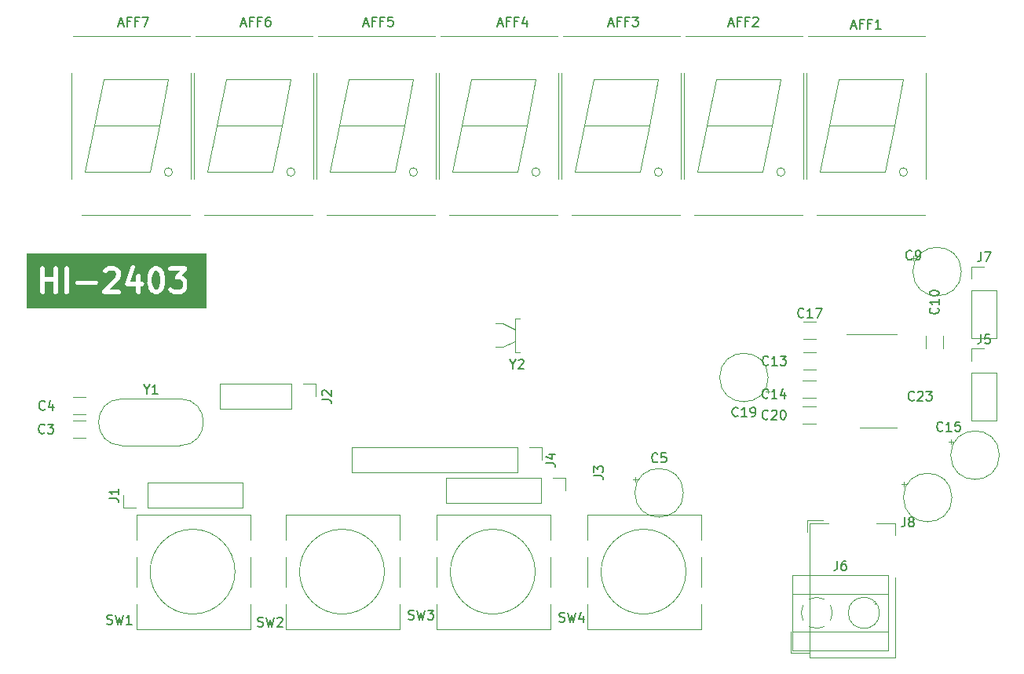
<source format=gbr>
%TF.GenerationSoftware,KiCad,Pcbnew,7.0.2*%
%TF.CreationDate,2024-03-07T11:00:20+05:30*%
%TF.ProjectId,HI-2401,48492d32-3430-4312-9e6b-696361645f70,rev?*%
%TF.SameCoordinates,Original*%
%TF.FileFunction,Legend,Top*%
%TF.FilePolarity,Positive*%
%FSLAX46Y46*%
G04 Gerber Fmt 4.6, Leading zero omitted, Abs format (unit mm)*
G04 Created by KiCad (PCBNEW 7.0.2) date 2024-03-07 11:00:20*
%MOMM*%
%LPD*%
G01*
G04 APERTURE LIST*
%ADD10C,0.500000*%
%ADD11C,0.150000*%
%ADD12C,0.120000*%
G04 APERTURE END LIST*
D10*
G36*
X39736195Y-48257058D02*
G01*
X39797869Y-48318732D01*
X39886500Y-48495995D01*
X39991427Y-48915703D01*
X39991427Y-49449389D01*
X39886500Y-49869097D01*
X39797868Y-50046361D01*
X39736194Y-50108036D01*
X39587172Y-50182547D01*
X39467112Y-50182547D01*
X39318086Y-50108034D01*
X39256414Y-50046362D01*
X39167784Y-49869103D01*
X39062856Y-49449388D01*
X39062856Y-48915704D01*
X39167782Y-48495997D01*
X39256414Y-48318732D01*
X39318089Y-48257058D01*
X39467111Y-48182547D01*
X39587172Y-48182547D01*
X39736195Y-48257058D01*
G37*
G36*
X44955713Y-52258143D02*
G01*
X25562857Y-52258143D01*
X25562857Y-49160104D01*
X27007336Y-49160104D01*
X27015238Y-49177407D01*
X27015238Y-50468491D01*
X27046046Y-50573413D01*
X27157000Y-50669555D01*
X27302319Y-50690449D01*
X27435865Y-50629461D01*
X27515238Y-50505954D01*
X27515238Y-49373023D01*
X28443809Y-49373023D01*
X28443809Y-50468491D01*
X28474617Y-50573413D01*
X28585571Y-50669555D01*
X28730890Y-50690449D01*
X28864436Y-50629461D01*
X28943809Y-50505954D01*
X28943809Y-50468491D01*
X29634286Y-50468491D01*
X29665094Y-50573413D01*
X29776048Y-50669555D01*
X29921367Y-50690449D01*
X30054913Y-50629461D01*
X30134286Y-50505954D01*
X30134286Y-50469628D01*
X33674002Y-50469628D01*
X33685759Y-50495372D01*
X33687778Y-50523601D01*
X33715660Y-50560846D01*
X33734990Y-50603174D01*
X33758800Y-50618476D01*
X33775760Y-50641131D01*
X33819353Y-50657390D01*
X33858497Y-50682547D01*
X33886798Y-50682547D01*
X33913316Y-50692438D01*
X33958783Y-50682547D01*
X35515467Y-50682547D01*
X35620389Y-50651739D01*
X35716531Y-50540785D01*
X35737425Y-50395466D01*
X35676437Y-50261920D01*
X35552930Y-50182547D01*
X34535458Y-50182547D01*
X35081709Y-49636295D01*
X36174002Y-49636295D01*
X36179929Y-49649275D01*
X36179414Y-49663537D01*
X36210038Y-49715204D01*
X36234990Y-49769841D01*
X36246996Y-49777556D01*
X36254272Y-49789832D01*
X36307964Y-49816738D01*
X36358497Y-49849214D01*
X36372769Y-49849214D01*
X36385526Y-49855607D01*
X36445246Y-49849214D01*
X37372380Y-49849214D01*
X37372380Y-50468491D01*
X37403188Y-50573413D01*
X37514142Y-50669555D01*
X37659461Y-50690449D01*
X37793007Y-50629461D01*
X37872380Y-50505954D01*
X37872380Y-49849214D01*
X38015467Y-49849214D01*
X38120389Y-49818406D01*
X38216531Y-49707452D01*
X38237425Y-49562133D01*
X38195160Y-49469585D01*
X38552517Y-49469585D01*
X38562856Y-49510941D01*
X38562856Y-49516110D01*
X38571553Y-49545729D01*
X38678568Y-49973792D01*
X38675469Y-50002503D01*
X38696023Y-50043612D01*
X38698086Y-50051862D01*
X38712042Y-50075650D01*
X38813326Y-50278218D01*
X38822268Y-50319322D01*
X38870983Y-50368037D01*
X38917896Y-50418472D01*
X38922627Y-50419681D01*
X38971059Y-50468114D01*
X38992539Y-50504278D01*
X39054147Y-50535082D01*
X39114614Y-50568099D01*
X39119484Y-50567750D01*
X39284255Y-50650136D01*
X39334687Y-50682547D01*
X39385780Y-50682547D01*
X39436063Y-50691595D01*
X39457879Y-50682547D01*
X39632726Y-50682547D01*
X39692334Y-50688983D01*
X39738035Y-50666132D01*
X39787055Y-50651739D01*
X39802521Y-50633889D01*
X39968053Y-50551124D01*
X40009156Y-50542183D01*
X40057865Y-50493473D01*
X40108305Y-50446555D01*
X40109515Y-50441822D01*
X40157944Y-50393392D01*
X40194110Y-50371913D01*
X40224922Y-50310288D01*
X40257932Y-50249835D01*
X40257583Y-50244966D01*
X40292134Y-50175864D01*
X40814869Y-50175864D01*
X40846077Y-50319322D01*
X40994868Y-50468114D01*
X41016348Y-50504278D01*
X41077956Y-50535082D01*
X41138423Y-50568099D01*
X41143293Y-50567750D01*
X41308064Y-50650136D01*
X41358496Y-50682547D01*
X41409589Y-50682547D01*
X41459872Y-50691595D01*
X41481688Y-50682547D01*
X42132732Y-50682547D01*
X42192335Y-50688982D01*
X42238032Y-50666133D01*
X42287055Y-50651739D01*
X42302522Y-50633888D01*
X42468050Y-50551124D01*
X42509154Y-50542183D01*
X42557869Y-50493467D01*
X42608304Y-50446555D01*
X42609513Y-50441823D01*
X42657946Y-50393391D01*
X42694110Y-50371912D01*
X42724914Y-50310303D01*
X42757931Y-50249837D01*
X42757582Y-50244966D01*
X42839968Y-50080195D01*
X42872379Y-50029764D01*
X42872379Y-49978670D01*
X42881427Y-49928388D01*
X42872379Y-49906572D01*
X42872379Y-49374582D01*
X42878815Y-49314974D01*
X42855964Y-49269272D01*
X42841571Y-49220253D01*
X42823721Y-49204786D01*
X42740956Y-49039254D01*
X42732015Y-48998152D01*
X42683302Y-48949439D01*
X42636387Y-48899003D01*
X42631655Y-48897793D01*
X42583223Y-48849361D01*
X42561745Y-48813198D01*
X42500134Y-48782392D01*
X42439668Y-48749376D01*
X42434798Y-48749724D01*
X42298967Y-48681808D01*
X42762616Y-48151923D01*
X42763245Y-48151739D01*
X42810868Y-48096778D01*
X42834192Y-48070123D01*
X42834451Y-48069562D01*
X42859387Y-48040785D01*
X42864630Y-48004314D01*
X42880098Y-47970874D01*
X42874861Y-47933159D01*
X42880281Y-47895466D01*
X42864973Y-47861947D01*
X42859907Y-47825456D01*
X42835112Y-47796560D01*
X42819293Y-47761920D01*
X42788293Y-47741998D01*
X42764302Y-47714038D01*
X42727820Y-47703134D01*
X42695786Y-47682547D01*
X42658940Y-47682547D01*
X42623638Y-47671996D01*
X42587051Y-47682547D01*
X41038816Y-47682547D01*
X40933894Y-47713355D01*
X40837752Y-47824309D01*
X40816858Y-47969628D01*
X40877846Y-48103174D01*
X41001353Y-48182547D01*
X42071437Y-48182547D01*
X41648809Y-48665551D01*
X41648180Y-48665736D01*
X41600469Y-48720796D01*
X41577233Y-48747353D01*
X41576974Y-48747911D01*
X41552038Y-48776690D01*
X41546794Y-48813160D01*
X41531326Y-48846602D01*
X41536563Y-48884318D01*
X41531144Y-48922009D01*
X41546450Y-48955526D01*
X41551518Y-48992020D01*
X41576312Y-49020915D01*
X41592132Y-49055555D01*
X41623130Y-49075476D01*
X41647123Y-49103437D01*
X41683605Y-49114341D01*
X41715639Y-49134928D01*
X41752483Y-49134928D01*
X41787787Y-49145480D01*
X41824377Y-49134928D01*
X42087171Y-49134928D01*
X42236195Y-49209440D01*
X42297867Y-49271112D01*
X42372379Y-49420136D01*
X42372379Y-49897339D01*
X42297866Y-50046364D01*
X42236194Y-50108036D01*
X42087173Y-50182547D01*
X41490921Y-50182547D01*
X41341895Y-50108034D01*
X41226120Y-49992259D01*
X41130145Y-49939853D01*
X40983706Y-49950326D01*
X40866176Y-50038308D01*
X40814869Y-50175864D01*
X40292134Y-50175864D01*
X40326073Y-50107987D01*
X40347112Y-50088206D01*
X40358259Y-50043616D01*
X40362062Y-50036011D01*
X40366946Y-50008866D01*
X40473983Y-49580715D01*
X40491427Y-49553573D01*
X40491427Y-49510941D01*
X40492680Y-49505929D01*
X40491427Y-49475101D01*
X40491427Y-48926070D01*
X40501766Y-48895509D01*
X40491427Y-48854152D01*
X40491427Y-48848984D01*
X40482730Y-48819366D01*
X40375715Y-48391302D01*
X40378815Y-48362591D01*
X40358259Y-48321479D01*
X40356198Y-48313234D01*
X40342245Y-48289452D01*
X40240956Y-48086873D01*
X40232015Y-48045772D01*
X40183306Y-47997063D01*
X40136386Y-47946622D01*
X40131655Y-47945412D01*
X40083225Y-47896982D01*
X40061745Y-47860817D01*
X40000130Y-47830009D01*
X39939670Y-47796996D01*
X39934799Y-47797344D01*
X39770034Y-47714961D01*
X39719596Y-47682547D01*
X39668500Y-47682547D01*
X39618220Y-47673499D01*
X39596404Y-47682547D01*
X39421557Y-47682547D01*
X39361948Y-47676111D01*
X39316246Y-47698961D01*
X39267228Y-47713355D01*
X39251761Y-47731204D01*
X39086231Y-47813969D01*
X39045130Y-47822911D01*
X38996416Y-47871624D01*
X38945979Y-47918541D01*
X38944769Y-47923271D01*
X38896340Y-47971700D01*
X38860172Y-47993182D01*
X38829356Y-48054813D01*
X38796352Y-48115256D01*
X38796700Y-48120126D01*
X38728211Y-48257105D01*
X38707172Y-48276888D01*
X38696023Y-48321481D01*
X38692222Y-48329085D01*
X38687339Y-48356216D01*
X38580299Y-48784378D01*
X38562856Y-48811521D01*
X38562856Y-48854152D01*
X38561603Y-48859165D01*
X38562856Y-48889999D01*
X38562856Y-49439023D01*
X38552517Y-49469585D01*
X38195160Y-49469585D01*
X38176437Y-49428587D01*
X38052930Y-49349214D01*
X37872380Y-49349214D01*
X37872380Y-48729936D01*
X37841572Y-48625014D01*
X37730618Y-48528872D01*
X37585299Y-48507978D01*
X37451753Y-48568966D01*
X37372380Y-48692473D01*
X37372380Y-49349214D01*
X36778760Y-49349214D01*
X37275679Y-47858457D01*
X37279632Y-47749177D01*
X37204774Y-47622882D01*
X37073520Y-47557106D01*
X36927541Y-47572734D01*
X36813185Y-47664803D01*
X36210440Y-49473036D01*
X36194896Y-49490976D01*
X36187640Y-49541435D01*
X36183367Y-49554257D01*
X36182549Y-49576843D01*
X36174002Y-49636295D01*
X35081709Y-49636295D01*
X35527735Y-49190269D01*
X35574434Y-49152673D01*
X35590591Y-49104199D01*
X35615075Y-49059361D01*
X35613390Y-49035803D01*
X35706783Y-48755624D01*
X35729523Y-48720240D01*
X35729523Y-48651363D01*
X35732013Y-48582510D01*
X35729523Y-48578309D01*
X35729523Y-48422201D01*
X35735959Y-48362593D01*
X35713108Y-48316891D01*
X35698715Y-48267872D01*
X35680865Y-48252405D01*
X35598100Y-48086873D01*
X35589159Y-48045771D01*
X35540446Y-47997058D01*
X35493531Y-47946622D01*
X35488799Y-47945412D01*
X35440367Y-47896980D01*
X35418889Y-47860817D01*
X35357278Y-47830011D01*
X35296812Y-47796995D01*
X35291942Y-47797343D01*
X35127175Y-47714959D01*
X35076740Y-47682547D01*
X35025648Y-47682547D01*
X34975365Y-47673498D01*
X34953547Y-47682547D01*
X34421558Y-47682547D01*
X34361949Y-47676111D01*
X34316247Y-47698961D01*
X34267229Y-47713355D01*
X34251762Y-47731204D01*
X34086232Y-47813969D01*
X34045131Y-47822911D01*
X33996417Y-47871624D01*
X33945980Y-47918541D01*
X33944770Y-47923271D01*
X33848760Y-48019281D01*
X33796353Y-48115256D01*
X33806826Y-48261695D01*
X33894807Y-48379226D01*
X34032363Y-48430533D01*
X34175821Y-48399326D01*
X34318090Y-48257058D01*
X34467112Y-48182547D01*
X34944315Y-48182547D01*
X35093339Y-48257059D01*
X35155011Y-48318731D01*
X35229523Y-48467755D01*
X35229523Y-48606263D01*
X35141968Y-48868930D01*
X33800245Y-50210651D01*
X33791038Y-50213355D01*
X33748821Y-50262075D01*
X33729711Y-50281186D01*
X33725364Y-50289146D01*
X33694896Y-50324309D01*
X33690868Y-50352322D01*
X33677305Y-50377162D01*
X33680624Y-50423571D01*
X33674002Y-50469628D01*
X30134286Y-50469628D01*
X30134286Y-49517247D01*
X30816860Y-49517247D01*
X30877848Y-49650793D01*
X31001355Y-49730166D01*
X33015468Y-49730166D01*
X33120390Y-49699358D01*
X33216532Y-49588404D01*
X33237426Y-49443085D01*
X33176438Y-49309539D01*
X33052931Y-49230166D01*
X31038818Y-49230166D01*
X30933896Y-49260974D01*
X30837754Y-49371928D01*
X30816860Y-49517247D01*
X30134286Y-49517247D01*
X30134286Y-47896603D01*
X30103478Y-47791681D01*
X29992524Y-47695539D01*
X29847205Y-47674645D01*
X29713659Y-47735633D01*
X29634286Y-47859140D01*
X29634286Y-50468491D01*
X28943809Y-50468491D01*
X28943809Y-49140900D01*
X28951711Y-49085942D01*
X28943809Y-49068638D01*
X28943809Y-47896603D01*
X28913001Y-47791681D01*
X28802047Y-47695539D01*
X28656728Y-47674645D01*
X28523182Y-47735633D01*
X28443809Y-47859140D01*
X28443809Y-48873023D01*
X27515238Y-48873023D01*
X27515238Y-47896603D01*
X27484430Y-47791681D01*
X27373476Y-47695539D01*
X27228157Y-47674645D01*
X27094611Y-47735633D01*
X27015238Y-47859140D01*
X27015237Y-49105145D01*
X27007336Y-49160104D01*
X25562857Y-49160104D01*
X25562857Y-46293857D01*
X44955713Y-46293857D01*
X44955713Y-52258143D01*
G37*
D11*
%TO.C,C4*%
X27519333Y-63105380D02*
X27471714Y-63153000D01*
X27471714Y-63153000D02*
X27328857Y-63200619D01*
X27328857Y-63200619D02*
X27233619Y-63200619D01*
X27233619Y-63200619D02*
X27090762Y-63153000D01*
X27090762Y-63153000D02*
X26995524Y-63057761D01*
X26995524Y-63057761D02*
X26947905Y-62962523D01*
X26947905Y-62962523D02*
X26900286Y-62772047D01*
X26900286Y-62772047D02*
X26900286Y-62629190D01*
X26900286Y-62629190D02*
X26947905Y-62438714D01*
X26947905Y-62438714D02*
X26995524Y-62343476D01*
X26995524Y-62343476D02*
X27090762Y-62248238D01*
X27090762Y-62248238D02*
X27233619Y-62200619D01*
X27233619Y-62200619D02*
X27328857Y-62200619D01*
X27328857Y-62200619D02*
X27471714Y-62248238D01*
X27471714Y-62248238D02*
X27519333Y-62295857D01*
X28376476Y-62533952D02*
X28376476Y-63200619D01*
X28138381Y-62153000D02*
X27900286Y-62867285D01*
X27900286Y-62867285D02*
X28519333Y-62867285D01*
%TO.C,C15*%
X124325142Y-65391380D02*
X124277523Y-65439000D01*
X124277523Y-65439000D02*
X124134666Y-65486619D01*
X124134666Y-65486619D02*
X124039428Y-65486619D01*
X124039428Y-65486619D02*
X123896571Y-65439000D01*
X123896571Y-65439000D02*
X123801333Y-65343761D01*
X123801333Y-65343761D02*
X123753714Y-65248523D01*
X123753714Y-65248523D02*
X123706095Y-65058047D01*
X123706095Y-65058047D02*
X123706095Y-64915190D01*
X123706095Y-64915190D02*
X123753714Y-64724714D01*
X123753714Y-64724714D02*
X123801333Y-64629476D01*
X123801333Y-64629476D02*
X123896571Y-64534238D01*
X123896571Y-64534238D02*
X124039428Y-64486619D01*
X124039428Y-64486619D02*
X124134666Y-64486619D01*
X124134666Y-64486619D02*
X124277523Y-64534238D01*
X124277523Y-64534238D02*
X124325142Y-64581857D01*
X125277523Y-65486619D02*
X124706095Y-65486619D01*
X124991809Y-65486619D02*
X124991809Y-64486619D01*
X124991809Y-64486619D02*
X124896571Y-64629476D01*
X124896571Y-64629476D02*
X124801333Y-64724714D01*
X124801333Y-64724714D02*
X124706095Y-64772333D01*
X126182285Y-64486619D02*
X125706095Y-64486619D01*
X125706095Y-64486619D02*
X125658476Y-64962809D01*
X125658476Y-64962809D02*
X125706095Y-64915190D01*
X125706095Y-64915190D02*
X125801333Y-64867571D01*
X125801333Y-64867571D02*
X126039428Y-64867571D01*
X126039428Y-64867571D02*
X126134666Y-64915190D01*
X126134666Y-64915190D02*
X126182285Y-64962809D01*
X126182285Y-64962809D02*
X126229904Y-65058047D01*
X126229904Y-65058047D02*
X126229904Y-65296142D01*
X126229904Y-65296142D02*
X126182285Y-65391380D01*
X126182285Y-65391380D02*
X126134666Y-65439000D01*
X126134666Y-65439000D02*
X126039428Y-65486619D01*
X126039428Y-65486619D02*
X125801333Y-65486619D01*
X125801333Y-65486619D02*
X125706095Y-65439000D01*
X125706095Y-65439000D02*
X125658476Y-65391380D01*
%TO.C,J2*%
X57374619Y-62055333D02*
X58088904Y-62055333D01*
X58088904Y-62055333D02*
X58231761Y-62102952D01*
X58231761Y-62102952D02*
X58327000Y-62198190D01*
X58327000Y-62198190D02*
X58374619Y-62341047D01*
X58374619Y-62341047D02*
X58374619Y-62436285D01*
X57469857Y-61626761D02*
X57422238Y-61579142D01*
X57422238Y-61579142D02*
X57374619Y-61483904D01*
X57374619Y-61483904D02*
X57374619Y-61245809D01*
X57374619Y-61245809D02*
X57422238Y-61150571D01*
X57422238Y-61150571D02*
X57469857Y-61102952D01*
X57469857Y-61102952D02*
X57565095Y-61055333D01*
X57565095Y-61055333D02*
X57660333Y-61055333D01*
X57660333Y-61055333D02*
X57803190Y-61102952D01*
X57803190Y-61102952D02*
X58374619Y-61674380D01*
X58374619Y-61674380D02*
X58374619Y-61055333D01*
%TO.C,SW1*%
X34226667Y-86267000D02*
X34369524Y-86314619D01*
X34369524Y-86314619D02*
X34607619Y-86314619D01*
X34607619Y-86314619D02*
X34702857Y-86267000D01*
X34702857Y-86267000D02*
X34750476Y-86219380D01*
X34750476Y-86219380D02*
X34798095Y-86124142D01*
X34798095Y-86124142D02*
X34798095Y-86028904D01*
X34798095Y-86028904D02*
X34750476Y-85933666D01*
X34750476Y-85933666D02*
X34702857Y-85886047D01*
X34702857Y-85886047D02*
X34607619Y-85838428D01*
X34607619Y-85838428D02*
X34417143Y-85790809D01*
X34417143Y-85790809D02*
X34321905Y-85743190D01*
X34321905Y-85743190D02*
X34274286Y-85695571D01*
X34274286Y-85695571D02*
X34226667Y-85600333D01*
X34226667Y-85600333D02*
X34226667Y-85505095D01*
X34226667Y-85505095D02*
X34274286Y-85409857D01*
X34274286Y-85409857D02*
X34321905Y-85362238D01*
X34321905Y-85362238D02*
X34417143Y-85314619D01*
X34417143Y-85314619D02*
X34655238Y-85314619D01*
X34655238Y-85314619D02*
X34798095Y-85362238D01*
X35131429Y-85314619D02*
X35369524Y-86314619D01*
X35369524Y-86314619D02*
X35560000Y-85600333D01*
X35560000Y-85600333D02*
X35750476Y-86314619D01*
X35750476Y-86314619D02*
X35988572Y-85314619D01*
X36893333Y-86314619D02*
X36321905Y-86314619D01*
X36607619Y-86314619D02*
X36607619Y-85314619D01*
X36607619Y-85314619D02*
X36512381Y-85457476D01*
X36512381Y-85457476D02*
X36417143Y-85552714D01*
X36417143Y-85552714D02*
X36321905Y-85600333D01*
%TO.C,J4*%
X81548619Y-68913333D02*
X82262904Y-68913333D01*
X82262904Y-68913333D02*
X82405761Y-68960952D01*
X82405761Y-68960952D02*
X82501000Y-69056190D01*
X82501000Y-69056190D02*
X82548619Y-69199047D01*
X82548619Y-69199047D02*
X82548619Y-69294285D01*
X81881952Y-68008571D02*
X82548619Y-68008571D01*
X81501000Y-68246666D02*
X82215285Y-68484761D01*
X82215285Y-68484761D02*
X82215285Y-67865714D01*
%TO.C,C17*%
X109339142Y-53127380D02*
X109291523Y-53175000D01*
X109291523Y-53175000D02*
X109148666Y-53222619D01*
X109148666Y-53222619D02*
X109053428Y-53222619D01*
X109053428Y-53222619D02*
X108910571Y-53175000D01*
X108910571Y-53175000D02*
X108815333Y-53079761D01*
X108815333Y-53079761D02*
X108767714Y-52984523D01*
X108767714Y-52984523D02*
X108720095Y-52794047D01*
X108720095Y-52794047D02*
X108720095Y-52651190D01*
X108720095Y-52651190D02*
X108767714Y-52460714D01*
X108767714Y-52460714D02*
X108815333Y-52365476D01*
X108815333Y-52365476D02*
X108910571Y-52270238D01*
X108910571Y-52270238D02*
X109053428Y-52222619D01*
X109053428Y-52222619D02*
X109148666Y-52222619D01*
X109148666Y-52222619D02*
X109291523Y-52270238D01*
X109291523Y-52270238D02*
X109339142Y-52317857D01*
X110291523Y-53222619D02*
X109720095Y-53222619D01*
X110005809Y-53222619D02*
X110005809Y-52222619D01*
X110005809Y-52222619D02*
X109910571Y-52365476D01*
X109910571Y-52365476D02*
X109815333Y-52460714D01*
X109815333Y-52460714D02*
X109720095Y-52508333D01*
X110624857Y-52222619D02*
X111291523Y-52222619D01*
X111291523Y-52222619D02*
X110862952Y-53222619D01*
%TO.C,AFF1*%
X114506571Y-21766904D02*
X114982761Y-21766904D01*
X114411333Y-22052619D02*
X114744666Y-21052619D01*
X114744666Y-21052619D02*
X115077999Y-22052619D01*
X115744666Y-21528809D02*
X115411333Y-21528809D01*
X115411333Y-22052619D02*
X115411333Y-21052619D01*
X115411333Y-21052619D02*
X115887523Y-21052619D01*
X116601809Y-21528809D02*
X116268476Y-21528809D01*
X116268476Y-22052619D02*
X116268476Y-21052619D01*
X116268476Y-21052619D02*
X116744666Y-21052619D01*
X117649428Y-22052619D02*
X117078000Y-22052619D01*
X117363714Y-22052619D02*
X117363714Y-21052619D01*
X117363714Y-21052619D02*
X117268476Y-21195476D01*
X117268476Y-21195476D02*
X117173238Y-21290714D01*
X117173238Y-21290714D02*
X117078000Y-21338333D01*
%TO.C,SW4*%
X82994667Y-86013000D02*
X83137524Y-86060619D01*
X83137524Y-86060619D02*
X83375619Y-86060619D01*
X83375619Y-86060619D02*
X83470857Y-86013000D01*
X83470857Y-86013000D02*
X83518476Y-85965380D01*
X83518476Y-85965380D02*
X83566095Y-85870142D01*
X83566095Y-85870142D02*
X83566095Y-85774904D01*
X83566095Y-85774904D02*
X83518476Y-85679666D01*
X83518476Y-85679666D02*
X83470857Y-85632047D01*
X83470857Y-85632047D02*
X83375619Y-85584428D01*
X83375619Y-85584428D02*
X83185143Y-85536809D01*
X83185143Y-85536809D02*
X83089905Y-85489190D01*
X83089905Y-85489190D02*
X83042286Y-85441571D01*
X83042286Y-85441571D02*
X82994667Y-85346333D01*
X82994667Y-85346333D02*
X82994667Y-85251095D01*
X82994667Y-85251095D02*
X83042286Y-85155857D01*
X83042286Y-85155857D02*
X83089905Y-85108238D01*
X83089905Y-85108238D02*
X83185143Y-85060619D01*
X83185143Y-85060619D02*
X83423238Y-85060619D01*
X83423238Y-85060619D02*
X83566095Y-85108238D01*
X83899429Y-85060619D02*
X84137524Y-86060619D01*
X84137524Y-86060619D02*
X84328000Y-85346333D01*
X84328000Y-85346333D02*
X84518476Y-86060619D01*
X84518476Y-86060619D02*
X84756572Y-85060619D01*
X85566095Y-85393952D02*
X85566095Y-86060619D01*
X85328000Y-85013000D02*
X85089905Y-85727285D01*
X85089905Y-85727285D02*
X85708952Y-85727285D01*
%TO.C,C3*%
X27480833Y-65645380D02*
X27433214Y-65693000D01*
X27433214Y-65693000D02*
X27290357Y-65740619D01*
X27290357Y-65740619D02*
X27195119Y-65740619D01*
X27195119Y-65740619D02*
X27052262Y-65693000D01*
X27052262Y-65693000D02*
X26957024Y-65597761D01*
X26957024Y-65597761D02*
X26909405Y-65502523D01*
X26909405Y-65502523D02*
X26861786Y-65312047D01*
X26861786Y-65312047D02*
X26861786Y-65169190D01*
X26861786Y-65169190D02*
X26909405Y-64978714D01*
X26909405Y-64978714D02*
X26957024Y-64883476D01*
X26957024Y-64883476D02*
X27052262Y-64788238D01*
X27052262Y-64788238D02*
X27195119Y-64740619D01*
X27195119Y-64740619D02*
X27290357Y-64740619D01*
X27290357Y-64740619D02*
X27433214Y-64788238D01*
X27433214Y-64788238D02*
X27480833Y-64835857D01*
X27814167Y-64740619D02*
X28433214Y-64740619D01*
X28433214Y-64740619D02*
X28099881Y-65121571D01*
X28099881Y-65121571D02*
X28242738Y-65121571D01*
X28242738Y-65121571D02*
X28337976Y-65169190D01*
X28337976Y-65169190D02*
X28385595Y-65216809D01*
X28385595Y-65216809D02*
X28433214Y-65312047D01*
X28433214Y-65312047D02*
X28433214Y-65550142D01*
X28433214Y-65550142D02*
X28385595Y-65645380D01*
X28385595Y-65645380D02*
X28337976Y-65693000D01*
X28337976Y-65693000D02*
X28242738Y-65740619D01*
X28242738Y-65740619D02*
X27957024Y-65740619D01*
X27957024Y-65740619D02*
X27861786Y-65693000D01*
X27861786Y-65693000D02*
X27814167Y-65645380D01*
%TO.C,C9*%
X120996558Y-46902380D02*
X120948939Y-46950000D01*
X120948939Y-46950000D02*
X120806082Y-46997619D01*
X120806082Y-46997619D02*
X120710844Y-46997619D01*
X120710844Y-46997619D02*
X120567987Y-46950000D01*
X120567987Y-46950000D02*
X120472749Y-46854761D01*
X120472749Y-46854761D02*
X120425130Y-46759523D01*
X120425130Y-46759523D02*
X120377511Y-46569047D01*
X120377511Y-46569047D02*
X120377511Y-46426190D01*
X120377511Y-46426190D02*
X120425130Y-46235714D01*
X120425130Y-46235714D02*
X120472749Y-46140476D01*
X120472749Y-46140476D02*
X120567987Y-46045238D01*
X120567987Y-46045238D02*
X120710844Y-45997619D01*
X120710844Y-45997619D02*
X120806082Y-45997619D01*
X120806082Y-45997619D02*
X120948939Y-46045238D01*
X120948939Y-46045238D02*
X120996558Y-46092857D01*
X121472749Y-46997619D02*
X121663225Y-46997619D01*
X121663225Y-46997619D02*
X121758463Y-46950000D01*
X121758463Y-46950000D02*
X121806082Y-46902380D01*
X121806082Y-46902380D02*
X121901320Y-46759523D01*
X121901320Y-46759523D02*
X121948939Y-46569047D01*
X121948939Y-46569047D02*
X121948939Y-46188095D01*
X121948939Y-46188095D02*
X121901320Y-46092857D01*
X121901320Y-46092857D02*
X121853701Y-46045238D01*
X121853701Y-46045238D02*
X121758463Y-45997619D01*
X121758463Y-45997619D02*
X121567987Y-45997619D01*
X121567987Y-45997619D02*
X121472749Y-46045238D01*
X121472749Y-46045238D02*
X121425130Y-46092857D01*
X121425130Y-46092857D02*
X121377511Y-46188095D01*
X121377511Y-46188095D02*
X121377511Y-46426190D01*
X121377511Y-46426190D02*
X121425130Y-46521428D01*
X121425130Y-46521428D02*
X121472749Y-46569047D01*
X121472749Y-46569047D02*
X121567987Y-46616666D01*
X121567987Y-46616666D02*
X121758463Y-46616666D01*
X121758463Y-46616666D02*
X121853701Y-46569047D01*
X121853701Y-46569047D02*
X121901320Y-46521428D01*
X121901320Y-46521428D02*
X121948939Y-46426190D01*
%TO.C,Y2*%
X77961809Y-58254428D02*
X77961809Y-58730619D01*
X77628476Y-57730619D02*
X77961809Y-58254428D01*
X77961809Y-58254428D02*
X78295142Y-57730619D01*
X78580857Y-57825857D02*
X78628476Y-57778238D01*
X78628476Y-57778238D02*
X78723714Y-57730619D01*
X78723714Y-57730619D02*
X78961809Y-57730619D01*
X78961809Y-57730619D02*
X79057047Y-57778238D01*
X79057047Y-57778238D02*
X79104666Y-57825857D01*
X79104666Y-57825857D02*
X79152285Y-57921095D01*
X79152285Y-57921095D02*
X79152285Y-58016333D01*
X79152285Y-58016333D02*
X79104666Y-58159190D01*
X79104666Y-58159190D02*
X78533238Y-58730619D01*
X78533238Y-58730619D02*
X79152285Y-58730619D01*
%TO.C,C20*%
X105490642Y-64121380D02*
X105443023Y-64169000D01*
X105443023Y-64169000D02*
X105300166Y-64216619D01*
X105300166Y-64216619D02*
X105204928Y-64216619D01*
X105204928Y-64216619D02*
X105062071Y-64169000D01*
X105062071Y-64169000D02*
X104966833Y-64073761D01*
X104966833Y-64073761D02*
X104919214Y-63978523D01*
X104919214Y-63978523D02*
X104871595Y-63788047D01*
X104871595Y-63788047D02*
X104871595Y-63645190D01*
X104871595Y-63645190D02*
X104919214Y-63454714D01*
X104919214Y-63454714D02*
X104966833Y-63359476D01*
X104966833Y-63359476D02*
X105062071Y-63264238D01*
X105062071Y-63264238D02*
X105204928Y-63216619D01*
X105204928Y-63216619D02*
X105300166Y-63216619D01*
X105300166Y-63216619D02*
X105443023Y-63264238D01*
X105443023Y-63264238D02*
X105490642Y-63311857D01*
X105871595Y-63311857D02*
X105919214Y-63264238D01*
X105919214Y-63264238D02*
X106014452Y-63216619D01*
X106014452Y-63216619D02*
X106252547Y-63216619D01*
X106252547Y-63216619D02*
X106347785Y-63264238D01*
X106347785Y-63264238D02*
X106395404Y-63311857D01*
X106395404Y-63311857D02*
X106443023Y-63407095D01*
X106443023Y-63407095D02*
X106443023Y-63502333D01*
X106443023Y-63502333D02*
X106395404Y-63645190D01*
X106395404Y-63645190D02*
X105823976Y-64216619D01*
X105823976Y-64216619D02*
X106443023Y-64216619D01*
X107062071Y-63216619D02*
X107157309Y-63216619D01*
X107157309Y-63216619D02*
X107252547Y-63264238D01*
X107252547Y-63264238D02*
X107300166Y-63311857D01*
X107300166Y-63311857D02*
X107347785Y-63407095D01*
X107347785Y-63407095D02*
X107395404Y-63597571D01*
X107395404Y-63597571D02*
X107395404Y-63835666D01*
X107395404Y-63835666D02*
X107347785Y-64026142D01*
X107347785Y-64026142D02*
X107300166Y-64121380D01*
X107300166Y-64121380D02*
X107252547Y-64169000D01*
X107252547Y-64169000D02*
X107157309Y-64216619D01*
X107157309Y-64216619D02*
X107062071Y-64216619D01*
X107062071Y-64216619D02*
X106966833Y-64169000D01*
X106966833Y-64169000D02*
X106919214Y-64121380D01*
X106919214Y-64121380D02*
X106871595Y-64026142D01*
X106871595Y-64026142D02*
X106823976Y-63835666D01*
X106823976Y-63835666D02*
X106823976Y-63597571D01*
X106823976Y-63597571D02*
X106871595Y-63407095D01*
X106871595Y-63407095D02*
X106919214Y-63311857D01*
X106919214Y-63311857D02*
X106966833Y-63264238D01*
X106966833Y-63264238D02*
X107062071Y-63216619D01*
%TO.C,AFF6*%
X48720571Y-21512904D02*
X49196761Y-21512904D01*
X48625333Y-21798619D02*
X48958666Y-20798619D01*
X48958666Y-20798619D02*
X49291999Y-21798619D01*
X49958666Y-21274809D02*
X49625333Y-21274809D01*
X49625333Y-21798619D02*
X49625333Y-20798619D01*
X49625333Y-20798619D02*
X50101523Y-20798619D01*
X50815809Y-21274809D02*
X50482476Y-21274809D01*
X50482476Y-21798619D02*
X50482476Y-20798619D01*
X50482476Y-20798619D02*
X50958666Y-20798619D01*
X51768190Y-20798619D02*
X51577714Y-20798619D01*
X51577714Y-20798619D02*
X51482476Y-20846238D01*
X51482476Y-20846238D02*
X51434857Y-20893857D01*
X51434857Y-20893857D02*
X51339619Y-21036714D01*
X51339619Y-21036714D02*
X51292000Y-21227190D01*
X51292000Y-21227190D02*
X51292000Y-21608142D01*
X51292000Y-21608142D02*
X51339619Y-21703380D01*
X51339619Y-21703380D02*
X51387238Y-21751000D01*
X51387238Y-21751000D02*
X51482476Y-21798619D01*
X51482476Y-21798619D02*
X51672952Y-21798619D01*
X51672952Y-21798619D02*
X51768190Y-21751000D01*
X51768190Y-21751000D02*
X51815809Y-21703380D01*
X51815809Y-21703380D02*
X51863428Y-21608142D01*
X51863428Y-21608142D02*
X51863428Y-21370047D01*
X51863428Y-21370047D02*
X51815809Y-21274809D01*
X51815809Y-21274809D02*
X51768190Y-21227190D01*
X51768190Y-21227190D02*
X51672952Y-21179571D01*
X51672952Y-21179571D02*
X51482476Y-21179571D01*
X51482476Y-21179571D02*
X51387238Y-21227190D01*
X51387238Y-21227190D02*
X51339619Y-21274809D01*
X51339619Y-21274809D02*
X51292000Y-21370047D01*
%TO.C,J1*%
X34470619Y-72723333D02*
X35184904Y-72723333D01*
X35184904Y-72723333D02*
X35327761Y-72770952D01*
X35327761Y-72770952D02*
X35423000Y-72866190D01*
X35423000Y-72866190D02*
X35470619Y-73009047D01*
X35470619Y-73009047D02*
X35470619Y-73104285D01*
X35470619Y-71723333D02*
X35470619Y-72294761D01*
X35470619Y-72009047D02*
X34470619Y-72009047D01*
X34470619Y-72009047D02*
X34613476Y-72104285D01*
X34613476Y-72104285D02*
X34708714Y-72199523D01*
X34708714Y-72199523D02*
X34756333Y-72294761D01*
%TO.C,C13*%
X105529142Y-58279380D02*
X105481523Y-58327000D01*
X105481523Y-58327000D02*
X105338666Y-58374619D01*
X105338666Y-58374619D02*
X105243428Y-58374619D01*
X105243428Y-58374619D02*
X105100571Y-58327000D01*
X105100571Y-58327000D02*
X105005333Y-58231761D01*
X105005333Y-58231761D02*
X104957714Y-58136523D01*
X104957714Y-58136523D02*
X104910095Y-57946047D01*
X104910095Y-57946047D02*
X104910095Y-57803190D01*
X104910095Y-57803190D02*
X104957714Y-57612714D01*
X104957714Y-57612714D02*
X105005333Y-57517476D01*
X105005333Y-57517476D02*
X105100571Y-57422238D01*
X105100571Y-57422238D02*
X105243428Y-57374619D01*
X105243428Y-57374619D02*
X105338666Y-57374619D01*
X105338666Y-57374619D02*
X105481523Y-57422238D01*
X105481523Y-57422238D02*
X105529142Y-57469857D01*
X106481523Y-58374619D02*
X105910095Y-58374619D01*
X106195809Y-58374619D02*
X106195809Y-57374619D01*
X106195809Y-57374619D02*
X106100571Y-57517476D01*
X106100571Y-57517476D02*
X106005333Y-57612714D01*
X106005333Y-57612714D02*
X105910095Y-57660333D01*
X106814857Y-57374619D02*
X107433904Y-57374619D01*
X107433904Y-57374619D02*
X107100571Y-57755571D01*
X107100571Y-57755571D02*
X107243428Y-57755571D01*
X107243428Y-57755571D02*
X107338666Y-57803190D01*
X107338666Y-57803190D02*
X107386285Y-57850809D01*
X107386285Y-57850809D02*
X107433904Y-57946047D01*
X107433904Y-57946047D02*
X107433904Y-58184142D01*
X107433904Y-58184142D02*
X107386285Y-58279380D01*
X107386285Y-58279380D02*
X107338666Y-58327000D01*
X107338666Y-58327000D02*
X107243428Y-58374619D01*
X107243428Y-58374619D02*
X106957714Y-58374619D01*
X106957714Y-58374619D02*
X106862476Y-58327000D01*
X106862476Y-58327000D02*
X106814857Y-58279380D01*
%TO.C,C10*%
X123811380Y-52204857D02*
X123859000Y-52252476D01*
X123859000Y-52252476D02*
X123906619Y-52395333D01*
X123906619Y-52395333D02*
X123906619Y-52490571D01*
X123906619Y-52490571D02*
X123859000Y-52633428D01*
X123859000Y-52633428D02*
X123763761Y-52728666D01*
X123763761Y-52728666D02*
X123668523Y-52776285D01*
X123668523Y-52776285D02*
X123478047Y-52823904D01*
X123478047Y-52823904D02*
X123335190Y-52823904D01*
X123335190Y-52823904D02*
X123144714Y-52776285D01*
X123144714Y-52776285D02*
X123049476Y-52728666D01*
X123049476Y-52728666D02*
X122954238Y-52633428D01*
X122954238Y-52633428D02*
X122906619Y-52490571D01*
X122906619Y-52490571D02*
X122906619Y-52395333D01*
X122906619Y-52395333D02*
X122954238Y-52252476D01*
X122954238Y-52252476D02*
X123001857Y-52204857D01*
X123906619Y-51252476D02*
X123906619Y-51823904D01*
X123906619Y-51538190D02*
X122906619Y-51538190D01*
X122906619Y-51538190D02*
X123049476Y-51633428D01*
X123049476Y-51633428D02*
X123144714Y-51728666D01*
X123144714Y-51728666D02*
X123192333Y-51823904D01*
X122906619Y-50633428D02*
X122906619Y-50538190D01*
X122906619Y-50538190D02*
X122954238Y-50442952D01*
X122954238Y-50442952D02*
X123001857Y-50395333D01*
X123001857Y-50395333D02*
X123097095Y-50347714D01*
X123097095Y-50347714D02*
X123287571Y-50300095D01*
X123287571Y-50300095D02*
X123525666Y-50300095D01*
X123525666Y-50300095D02*
X123716142Y-50347714D01*
X123716142Y-50347714D02*
X123811380Y-50395333D01*
X123811380Y-50395333D02*
X123859000Y-50442952D01*
X123859000Y-50442952D02*
X123906619Y-50538190D01*
X123906619Y-50538190D02*
X123906619Y-50633428D01*
X123906619Y-50633428D02*
X123859000Y-50728666D01*
X123859000Y-50728666D02*
X123811380Y-50776285D01*
X123811380Y-50776285D02*
X123716142Y-50823904D01*
X123716142Y-50823904D02*
X123525666Y-50871523D01*
X123525666Y-50871523D02*
X123287571Y-50871523D01*
X123287571Y-50871523D02*
X123097095Y-50823904D01*
X123097095Y-50823904D02*
X123001857Y-50776285D01*
X123001857Y-50776285D02*
X122954238Y-50728666D01*
X122954238Y-50728666D02*
X122906619Y-50633428D01*
%TO.C,C19*%
X102247142Y-63807380D02*
X102199523Y-63855000D01*
X102199523Y-63855000D02*
X102056666Y-63902619D01*
X102056666Y-63902619D02*
X101961428Y-63902619D01*
X101961428Y-63902619D02*
X101818571Y-63855000D01*
X101818571Y-63855000D02*
X101723333Y-63759761D01*
X101723333Y-63759761D02*
X101675714Y-63664523D01*
X101675714Y-63664523D02*
X101628095Y-63474047D01*
X101628095Y-63474047D02*
X101628095Y-63331190D01*
X101628095Y-63331190D02*
X101675714Y-63140714D01*
X101675714Y-63140714D02*
X101723333Y-63045476D01*
X101723333Y-63045476D02*
X101818571Y-62950238D01*
X101818571Y-62950238D02*
X101961428Y-62902619D01*
X101961428Y-62902619D02*
X102056666Y-62902619D01*
X102056666Y-62902619D02*
X102199523Y-62950238D01*
X102199523Y-62950238D02*
X102247142Y-62997857D01*
X103199523Y-63902619D02*
X102628095Y-63902619D01*
X102913809Y-63902619D02*
X102913809Y-62902619D01*
X102913809Y-62902619D02*
X102818571Y-63045476D01*
X102818571Y-63045476D02*
X102723333Y-63140714D01*
X102723333Y-63140714D02*
X102628095Y-63188333D01*
X103675714Y-63902619D02*
X103866190Y-63902619D01*
X103866190Y-63902619D02*
X103961428Y-63855000D01*
X103961428Y-63855000D02*
X104009047Y-63807380D01*
X104009047Y-63807380D02*
X104104285Y-63664523D01*
X104104285Y-63664523D02*
X104151904Y-63474047D01*
X104151904Y-63474047D02*
X104151904Y-63093095D01*
X104151904Y-63093095D02*
X104104285Y-62997857D01*
X104104285Y-62997857D02*
X104056666Y-62950238D01*
X104056666Y-62950238D02*
X103961428Y-62902619D01*
X103961428Y-62902619D02*
X103770952Y-62902619D01*
X103770952Y-62902619D02*
X103675714Y-62950238D01*
X103675714Y-62950238D02*
X103628095Y-62997857D01*
X103628095Y-62997857D02*
X103580476Y-63093095D01*
X103580476Y-63093095D02*
X103580476Y-63331190D01*
X103580476Y-63331190D02*
X103628095Y-63426428D01*
X103628095Y-63426428D02*
X103675714Y-63474047D01*
X103675714Y-63474047D02*
X103770952Y-63521666D01*
X103770952Y-63521666D02*
X103961428Y-63521666D01*
X103961428Y-63521666D02*
X104056666Y-63474047D01*
X104056666Y-63474047D02*
X104104285Y-63426428D01*
X104104285Y-63426428D02*
X104151904Y-63331190D01*
%TO.C,AFF7*%
X35512571Y-21512904D02*
X35988761Y-21512904D01*
X35417333Y-21798619D02*
X35750666Y-20798619D01*
X35750666Y-20798619D02*
X36083999Y-21798619D01*
X36750666Y-21274809D02*
X36417333Y-21274809D01*
X36417333Y-21798619D02*
X36417333Y-20798619D01*
X36417333Y-20798619D02*
X36893523Y-20798619D01*
X37607809Y-21274809D02*
X37274476Y-21274809D01*
X37274476Y-21798619D02*
X37274476Y-20798619D01*
X37274476Y-20798619D02*
X37750666Y-20798619D01*
X38036381Y-20798619D02*
X38703047Y-20798619D01*
X38703047Y-20798619D02*
X38274476Y-21798619D01*
%TO.C,AFF3*%
X88344571Y-21512904D02*
X88820761Y-21512904D01*
X88249333Y-21798619D02*
X88582666Y-20798619D01*
X88582666Y-20798619D02*
X88915999Y-21798619D01*
X89582666Y-21274809D02*
X89249333Y-21274809D01*
X89249333Y-21798619D02*
X89249333Y-20798619D01*
X89249333Y-20798619D02*
X89725523Y-20798619D01*
X90439809Y-21274809D02*
X90106476Y-21274809D01*
X90106476Y-21798619D02*
X90106476Y-20798619D01*
X90106476Y-20798619D02*
X90582666Y-20798619D01*
X90868381Y-20798619D02*
X91487428Y-20798619D01*
X91487428Y-20798619D02*
X91154095Y-21179571D01*
X91154095Y-21179571D02*
X91296952Y-21179571D01*
X91296952Y-21179571D02*
X91392190Y-21227190D01*
X91392190Y-21227190D02*
X91439809Y-21274809D01*
X91439809Y-21274809D02*
X91487428Y-21370047D01*
X91487428Y-21370047D02*
X91487428Y-21608142D01*
X91487428Y-21608142D02*
X91439809Y-21703380D01*
X91439809Y-21703380D02*
X91392190Y-21751000D01*
X91392190Y-21751000D02*
X91296952Y-21798619D01*
X91296952Y-21798619D02*
X91011238Y-21798619D01*
X91011238Y-21798619D02*
X90916000Y-21751000D01*
X90916000Y-21751000D02*
X90868381Y-21703380D01*
%TO.C,C23*%
X121252254Y-62089380D02*
X121204635Y-62137000D01*
X121204635Y-62137000D02*
X121061778Y-62184619D01*
X121061778Y-62184619D02*
X120966540Y-62184619D01*
X120966540Y-62184619D02*
X120823683Y-62137000D01*
X120823683Y-62137000D02*
X120728445Y-62041761D01*
X120728445Y-62041761D02*
X120680826Y-61946523D01*
X120680826Y-61946523D02*
X120633207Y-61756047D01*
X120633207Y-61756047D02*
X120633207Y-61613190D01*
X120633207Y-61613190D02*
X120680826Y-61422714D01*
X120680826Y-61422714D02*
X120728445Y-61327476D01*
X120728445Y-61327476D02*
X120823683Y-61232238D01*
X120823683Y-61232238D02*
X120966540Y-61184619D01*
X120966540Y-61184619D02*
X121061778Y-61184619D01*
X121061778Y-61184619D02*
X121204635Y-61232238D01*
X121204635Y-61232238D02*
X121252254Y-61279857D01*
X121633207Y-61279857D02*
X121680826Y-61232238D01*
X121680826Y-61232238D02*
X121776064Y-61184619D01*
X121776064Y-61184619D02*
X122014159Y-61184619D01*
X122014159Y-61184619D02*
X122109397Y-61232238D01*
X122109397Y-61232238D02*
X122157016Y-61279857D01*
X122157016Y-61279857D02*
X122204635Y-61375095D01*
X122204635Y-61375095D02*
X122204635Y-61470333D01*
X122204635Y-61470333D02*
X122157016Y-61613190D01*
X122157016Y-61613190D02*
X121585588Y-62184619D01*
X121585588Y-62184619D02*
X122204635Y-62184619D01*
X122537969Y-61184619D02*
X123157016Y-61184619D01*
X123157016Y-61184619D02*
X122823683Y-61565571D01*
X122823683Y-61565571D02*
X122966540Y-61565571D01*
X122966540Y-61565571D02*
X123061778Y-61613190D01*
X123061778Y-61613190D02*
X123109397Y-61660809D01*
X123109397Y-61660809D02*
X123157016Y-61756047D01*
X123157016Y-61756047D02*
X123157016Y-61994142D01*
X123157016Y-61994142D02*
X123109397Y-62089380D01*
X123109397Y-62089380D02*
X123061778Y-62137000D01*
X123061778Y-62137000D02*
X122966540Y-62184619D01*
X122966540Y-62184619D02*
X122680826Y-62184619D01*
X122680826Y-62184619D02*
X122585588Y-62137000D01*
X122585588Y-62137000D02*
X122537969Y-62089380D01*
%TO.C,*%
%TO.C,C14*%
X105490642Y-61835380D02*
X105443023Y-61883000D01*
X105443023Y-61883000D02*
X105300166Y-61930619D01*
X105300166Y-61930619D02*
X105204928Y-61930619D01*
X105204928Y-61930619D02*
X105062071Y-61883000D01*
X105062071Y-61883000D02*
X104966833Y-61787761D01*
X104966833Y-61787761D02*
X104919214Y-61692523D01*
X104919214Y-61692523D02*
X104871595Y-61502047D01*
X104871595Y-61502047D02*
X104871595Y-61359190D01*
X104871595Y-61359190D02*
X104919214Y-61168714D01*
X104919214Y-61168714D02*
X104966833Y-61073476D01*
X104966833Y-61073476D02*
X105062071Y-60978238D01*
X105062071Y-60978238D02*
X105204928Y-60930619D01*
X105204928Y-60930619D02*
X105300166Y-60930619D01*
X105300166Y-60930619D02*
X105443023Y-60978238D01*
X105443023Y-60978238D02*
X105490642Y-61025857D01*
X106443023Y-61930619D02*
X105871595Y-61930619D01*
X106157309Y-61930619D02*
X106157309Y-60930619D01*
X106157309Y-60930619D02*
X106062071Y-61073476D01*
X106062071Y-61073476D02*
X105966833Y-61168714D01*
X105966833Y-61168714D02*
X105871595Y-61216333D01*
X107300166Y-61263952D02*
X107300166Y-61930619D01*
X107062071Y-60883000D02*
X106823976Y-61597285D01*
X106823976Y-61597285D02*
X107443023Y-61597285D01*
%TO.C,*%
%TO.C,J3*%
X86713619Y-70269333D02*
X87427904Y-70269333D01*
X87427904Y-70269333D02*
X87570761Y-70316952D01*
X87570761Y-70316952D02*
X87666000Y-70412190D01*
X87666000Y-70412190D02*
X87713619Y-70555047D01*
X87713619Y-70555047D02*
X87713619Y-70650285D01*
X86713619Y-69888380D02*
X86713619Y-69269333D01*
X86713619Y-69269333D02*
X87094571Y-69602666D01*
X87094571Y-69602666D02*
X87094571Y-69459809D01*
X87094571Y-69459809D02*
X87142190Y-69364571D01*
X87142190Y-69364571D02*
X87189809Y-69316952D01*
X87189809Y-69316952D02*
X87285047Y-69269333D01*
X87285047Y-69269333D02*
X87523142Y-69269333D01*
X87523142Y-69269333D02*
X87618380Y-69316952D01*
X87618380Y-69316952D02*
X87666000Y-69364571D01*
X87666000Y-69364571D02*
X87713619Y-69459809D01*
X87713619Y-69459809D02*
X87713619Y-69745523D01*
X87713619Y-69745523D02*
X87666000Y-69840761D01*
X87666000Y-69840761D02*
X87618380Y-69888380D01*
%TO.C,*%
%TO.C,J6*%
X112950666Y-79492619D02*
X112950666Y-80206904D01*
X112950666Y-80206904D02*
X112903047Y-80349761D01*
X112903047Y-80349761D02*
X112807809Y-80445000D01*
X112807809Y-80445000D02*
X112664952Y-80492619D01*
X112664952Y-80492619D02*
X112569714Y-80492619D01*
X113855428Y-79492619D02*
X113664952Y-79492619D01*
X113664952Y-79492619D02*
X113569714Y-79540238D01*
X113569714Y-79540238D02*
X113522095Y-79587857D01*
X113522095Y-79587857D02*
X113426857Y-79730714D01*
X113426857Y-79730714D02*
X113379238Y-79921190D01*
X113379238Y-79921190D02*
X113379238Y-80302142D01*
X113379238Y-80302142D02*
X113426857Y-80397380D01*
X113426857Y-80397380D02*
X113474476Y-80445000D01*
X113474476Y-80445000D02*
X113569714Y-80492619D01*
X113569714Y-80492619D02*
X113760190Y-80492619D01*
X113760190Y-80492619D02*
X113855428Y-80445000D01*
X113855428Y-80445000D02*
X113903047Y-80397380D01*
X113903047Y-80397380D02*
X113950666Y-80302142D01*
X113950666Y-80302142D02*
X113950666Y-80064047D01*
X113950666Y-80064047D02*
X113903047Y-79968809D01*
X113903047Y-79968809D02*
X113855428Y-79921190D01*
X113855428Y-79921190D02*
X113760190Y-79873571D01*
X113760190Y-79873571D02*
X113569714Y-79873571D01*
X113569714Y-79873571D02*
X113474476Y-79921190D01*
X113474476Y-79921190D02*
X113426857Y-79968809D01*
X113426857Y-79968809D02*
X113379238Y-80064047D01*
%TO.C,J5*%
X128444666Y-55044619D02*
X128444666Y-55758904D01*
X128444666Y-55758904D02*
X128397047Y-55901761D01*
X128397047Y-55901761D02*
X128301809Y-55997000D01*
X128301809Y-55997000D02*
X128158952Y-56044619D01*
X128158952Y-56044619D02*
X128063714Y-56044619D01*
X129397047Y-55044619D02*
X128920857Y-55044619D01*
X128920857Y-55044619D02*
X128873238Y-55520809D01*
X128873238Y-55520809D02*
X128920857Y-55473190D01*
X128920857Y-55473190D02*
X129016095Y-55425571D01*
X129016095Y-55425571D02*
X129254190Y-55425571D01*
X129254190Y-55425571D02*
X129349428Y-55473190D01*
X129349428Y-55473190D02*
X129397047Y-55520809D01*
X129397047Y-55520809D02*
X129444666Y-55616047D01*
X129444666Y-55616047D02*
X129444666Y-55854142D01*
X129444666Y-55854142D02*
X129397047Y-55949380D01*
X129397047Y-55949380D02*
X129349428Y-55997000D01*
X129349428Y-55997000D02*
X129254190Y-56044619D01*
X129254190Y-56044619D02*
X129016095Y-56044619D01*
X129016095Y-56044619D02*
X128920857Y-55997000D01*
X128920857Y-55997000D02*
X128873238Y-55949380D01*
%TO.C,AFF4*%
X76406571Y-21512904D02*
X76882761Y-21512904D01*
X76311333Y-21798619D02*
X76644666Y-20798619D01*
X76644666Y-20798619D02*
X76977999Y-21798619D01*
X77644666Y-21274809D02*
X77311333Y-21274809D01*
X77311333Y-21798619D02*
X77311333Y-20798619D01*
X77311333Y-20798619D02*
X77787523Y-20798619D01*
X78501809Y-21274809D02*
X78168476Y-21274809D01*
X78168476Y-21798619D02*
X78168476Y-20798619D01*
X78168476Y-20798619D02*
X78644666Y-20798619D01*
X79454190Y-21131952D02*
X79454190Y-21798619D01*
X79216095Y-20751000D02*
X78978000Y-21465285D01*
X78978000Y-21465285D02*
X79597047Y-21465285D01*
%TO.C,SW3*%
X66738667Y-85759000D02*
X66881524Y-85806619D01*
X66881524Y-85806619D02*
X67119619Y-85806619D01*
X67119619Y-85806619D02*
X67214857Y-85759000D01*
X67214857Y-85759000D02*
X67262476Y-85711380D01*
X67262476Y-85711380D02*
X67310095Y-85616142D01*
X67310095Y-85616142D02*
X67310095Y-85520904D01*
X67310095Y-85520904D02*
X67262476Y-85425666D01*
X67262476Y-85425666D02*
X67214857Y-85378047D01*
X67214857Y-85378047D02*
X67119619Y-85330428D01*
X67119619Y-85330428D02*
X66929143Y-85282809D01*
X66929143Y-85282809D02*
X66833905Y-85235190D01*
X66833905Y-85235190D02*
X66786286Y-85187571D01*
X66786286Y-85187571D02*
X66738667Y-85092333D01*
X66738667Y-85092333D02*
X66738667Y-84997095D01*
X66738667Y-84997095D02*
X66786286Y-84901857D01*
X66786286Y-84901857D02*
X66833905Y-84854238D01*
X66833905Y-84854238D02*
X66929143Y-84806619D01*
X66929143Y-84806619D02*
X67167238Y-84806619D01*
X67167238Y-84806619D02*
X67310095Y-84854238D01*
X67643429Y-84806619D02*
X67881524Y-85806619D01*
X67881524Y-85806619D02*
X68072000Y-85092333D01*
X68072000Y-85092333D02*
X68262476Y-85806619D01*
X68262476Y-85806619D02*
X68500572Y-84806619D01*
X68786286Y-84806619D02*
X69405333Y-84806619D01*
X69405333Y-84806619D02*
X69072000Y-85187571D01*
X69072000Y-85187571D02*
X69214857Y-85187571D01*
X69214857Y-85187571D02*
X69310095Y-85235190D01*
X69310095Y-85235190D02*
X69357714Y-85282809D01*
X69357714Y-85282809D02*
X69405333Y-85378047D01*
X69405333Y-85378047D02*
X69405333Y-85616142D01*
X69405333Y-85616142D02*
X69357714Y-85711380D01*
X69357714Y-85711380D02*
X69310095Y-85759000D01*
X69310095Y-85759000D02*
X69214857Y-85806619D01*
X69214857Y-85806619D02*
X68929143Y-85806619D01*
X68929143Y-85806619D02*
X68833905Y-85759000D01*
X68833905Y-85759000D02*
X68786286Y-85711380D01*
%TO.C,SW2*%
X50482667Y-86521000D02*
X50625524Y-86568619D01*
X50625524Y-86568619D02*
X50863619Y-86568619D01*
X50863619Y-86568619D02*
X50958857Y-86521000D01*
X50958857Y-86521000D02*
X51006476Y-86473380D01*
X51006476Y-86473380D02*
X51054095Y-86378142D01*
X51054095Y-86378142D02*
X51054095Y-86282904D01*
X51054095Y-86282904D02*
X51006476Y-86187666D01*
X51006476Y-86187666D02*
X50958857Y-86140047D01*
X50958857Y-86140047D02*
X50863619Y-86092428D01*
X50863619Y-86092428D02*
X50673143Y-86044809D01*
X50673143Y-86044809D02*
X50577905Y-85997190D01*
X50577905Y-85997190D02*
X50530286Y-85949571D01*
X50530286Y-85949571D02*
X50482667Y-85854333D01*
X50482667Y-85854333D02*
X50482667Y-85759095D01*
X50482667Y-85759095D02*
X50530286Y-85663857D01*
X50530286Y-85663857D02*
X50577905Y-85616238D01*
X50577905Y-85616238D02*
X50673143Y-85568619D01*
X50673143Y-85568619D02*
X50911238Y-85568619D01*
X50911238Y-85568619D02*
X51054095Y-85616238D01*
X51387429Y-85568619D02*
X51625524Y-86568619D01*
X51625524Y-86568619D02*
X51816000Y-85854333D01*
X51816000Y-85854333D02*
X52006476Y-86568619D01*
X52006476Y-86568619D02*
X52244572Y-85568619D01*
X52577905Y-85663857D02*
X52625524Y-85616238D01*
X52625524Y-85616238D02*
X52720762Y-85568619D01*
X52720762Y-85568619D02*
X52958857Y-85568619D01*
X52958857Y-85568619D02*
X53054095Y-85616238D01*
X53054095Y-85616238D02*
X53101714Y-85663857D01*
X53101714Y-85663857D02*
X53149333Y-85759095D01*
X53149333Y-85759095D02*
X53149333Y-85854333D01*
X53149333Y-85854333D02*
X53101714Y-85997190D01*
X53101714Y-85997190D02*
X52530286Y-86568619D01*
X52530286Y-86568619D02*
X53149333Y-86568619D01*
%TO.C,J8*%
X120230666Y-74794619D02*
X120230666Y-75508904D01*
X120230666Y-75508904D02*
X120183047Y-75651761D01*
X120183047Y-75651761D02*
X120087809Y-75747000D01*
X120087809Y-75747000D02*
X119944952Y-75794619D01*
X119944952Y-75794619D02*
X119849714Y-75794619D01*
X120849714Y-75223190D02*
X120754476Y-75175571D01*
X120754476Y-75175571D02*
X120706857Y-75127952D01*
X120706857Y-75127952D02*
X120659238Y-75032714D01*
X120659238Y-75032714D02*
X120659238Y-74985095D01*
X120659238Y-74985095D02*
X120706857Y-74889857D01*
X120706857Y-74889857D02*
X120754476Y-74842238D01*
X120754476Y-74842238D02*
X120849714Y-74794619D01*
X120849714Y-74794619D02*
X121040190Y-74794619D01*
X121040190Y-74794619D02*
X121135428Y-74842238D01*
X121135428Y-74842238D02*
X121183047Y-74889857D01*
X121183047Y-74889857D02*
X121230666Y-74985095D01*
X121230666Y-74985095D02*
X121230666Y-75032714D01*
X121230666Y-75032714D02*
X121183047Y-75127952D01*
X121183047Y-75127952D02*
X121135428Y-75175571D01*
X121135428Y-75175571D02*
X121040190Y-75223190D01*
X121040190Y-75223190D02*
X120849714Y-75223190D01*
X120849714Y-75223190D02*
X120754476Y-75270809D01*
X120754476Y-75270809D02*
X120706857Y-75318428D01*
X120706857Y-75318428D02*
X120659238Y-75413666D01*
X120659238Y-75413666D02*
X120659238Y-75604142D01*
X120659238Y-75604142D02*
X120706857Y-75699380D01*
X120706857Y-75699380D02*
X120754476Y-75747000D01*
X120754476Y-75747000D02*
X120849714Y-75794619D01*
X120849714Y-75794619D02*
X121040190Y-75794619D01*
X121040190Y-75794619D02*
X121135428Y-75747000D01*
X121135428Y-75747000D02*
X121183047Y-75699380D01*
X121183047Y-75699380D02*
X121230666Y-75604142D01*
X121230666Y-75604142D02*
X121230666Y-75413666D01*
X121230666Y-75413666D02*
X121183047Y-75318428D01*
X121183047Y-75318428D02*
X121135428Y-75270809D01*
X121135428Y-75270809D02*
X121040190Y-75223190D01*
%TO.C,Y1*%
X38485809Y-60977428D02*
X38485809Y-61453619D01*
X38152476Y-60453619D02*
X38485809Y-60977428D01*
X38485809Y-60977428D02*
X38819142Y-60453619D01*
X39676285Y-61453619D02*
X39104857Y-61453619D01*
X39390571Y-61453619D02*
X39390571Y-60453619D01*
X39390571Y-60453619D02*
X39295333Y-60596476D01*
X39295333Y-60596476D02*
X39200095Y-60691714D01*
X39200095Y-60691714D02*
X39104857Y-60739333D01*
%TO.C,J7*%
X128444666Y-46169619D02*
X128444666Y-46883904D01*
X128444666Y-46883904D02*
X128397047Y-47026761D01*
X128397047Y-47026761D02*
X128301809Y-47122000D01*
X128301809Y-47122000D02*
X128158952Y-47169619D01*
X128158952Y-47169619D02*
X128063714Y-47169619D01*
X128825619Y-46169619D02*
X129492285Y-46169619D01*
X129492285Y-46169619D02*
X129063714Y-47169619D01*
%TO.C,AFF5*%
X61928571Y-21512904D02*
X62404761Y-21512904D01*
X61833333Y-21798619D02*
X62166666Y-20798619D01*
X62166666Y-20798619D02*
X62499999Y-21798619D01*
X63166666Y-21274809D02*
X62833333Y-21274809D01*
X62833333Y-21798619D02*
X62833333Y-20798619D01*
X62833333Y-20798619D02*
X63309523Y-20798619D01*
X64023809Y-21274809D02*
X63690476Y-21274809D01*
X63690476Y-21798619D02*
X63690476Y-20798619D01*
X63690476Y-20798619D02*
X64166666Y-20798619D01*
X65023809Y-20798619D02*
X64547619Y-20798619D01*
X64547619Y-20798619D02*
X64500000Y-21274809D01*
X64500000Y-21274809D02*
X64547619Y-21227190D01*
X64547619Y-21227190D02*
X64642857Y-21179571D01*
X64642857Y-21179571D02*
X64880952Y-21179571D01*
X64880952Y-21179571D02*
X64976190Y-21227190D01*
X64976190Y-21227190D02*
X65023809Y-21274809D01*
X65023809Y-21274809D02*
X65071428Y-21370047D01*
X65071428Y-21370047D02*
X65071428Y-21608142D01*
X65071428Y-21608142D02*
X65023809Y-21703380D01*
X65023809Y-21703380D02*
X64976190Y-21751000D01*
X64976190Y-21751000D02*
X64880952Y-21798619D01*
X64880952Y-21798619D02*
X64642857Y-21798619D01*
X64642857Y-21798619D02*
X64547619Y-21751000D01*
X64547619Y-21751000D02*
X64500000Y-21703380D01*
%TO.C,AFF2*%
X101298571Y-21512904D02*
X101774761Y-21512904D01*
X101203333Y-21798619D02*
X101536666Y-20798619D01*
X101536666Y-20798619D02*
X101869999Y-21798619D01*
X102536666Y-21274809D02*
X102203333Y-21274809D01*
X102203333Y-21798619D02*
X102203333Y-20798619D01*
X102203333Y-20798619D02*
X102679523Y-20798619D01*
X103393809Y-21274809D02*
X103060476Y-21274809D01*
X103060476Y-21798619D02*
X103060476Y-20798619D01*
X103060476Y-20798619D02*
X103536666Y-20798619D01*
X103870000Y-20893857D02*
X103917619Y-20846238D01*
X103917619Y-20846238D02*
X104012857Y-20798619D01*
X104012857Y-20798619D02*
X104250952Y-20798619D01*
X104250952Y-20798619D02*
X104346190Y-20846238D01*
X104346190Y-20846238D02*
X104393809Y-20893857D01*
X104393809Y-20893857D02*
X104441428Y-20989095D01*
X104441428Y-20989095D02*
X104441428Y-21084333D01*
X104441428Y-21084333D02*
X104393809Y-21227190D01*
X104393809Y-21227190D02*
X103822381Y-21798619D01*
X103822381Y-21798619D02*
X104441428Y-21798619D01*
%TO.C,C5*%
X93579333Y-68753380D02*
X93531714Y-68801000D01*
X93531714Y-68801000D02*
X93388857Y-68848619D01*
X93388857Y-68848619D02*
X93293619Y-68848619D01*
X93293619Y-68848619D02*
X93150762Y-68801000D01*
X93150762Y-68801000D02*
X93055524Y-68705761D01*
X93055524Y-68705761D02*
X93007905Y-68610523D01*
X93007905Y-68610523D02*
X92960286Y-68420047D01*
X92960286Y-68420047D02*
X92960286Y-68277190D01*
X92960286Y-68277190D02*
X93007905Y-68086714D01*
X93007905Y-68086714D02*
X93055524Y-67991476D01*
X93055524Y-67991476D02*
X93150762Y-67896238D01*
X93150762Y-67896238D02*
X93293619Y-67848619D01*
X93293619Y-67848619D02*
X93388857Y-67848619D01*
X93388857Y-67848619D02*
X93531714Y-67896238D01*
X93531714Y-67896238D02*
X93579333Y-67943857D01*
X94484095Y-67848619D02*
X94007905Y-67848619D01*
X94007905Y-67848619D02*
X93960286Y-68324809D01*
X93960286Y-68324809D02*
X94007905Y-68277190D01*
X94007905Y-68277190D02*
X94103143Y-68229571D01*
X94103143Y-68229571D02*
X94341238Y-68229571D01*
X94341238Y-68229571D02*
X94436476Y-68277190D01*
X94436476Y-68277190D02*
X94484095Y-68324809D01*
X94484095Y-68324809D02*
X94531714Y-68420047D01*
X94531714Y-68420047D02*
X94531714Y-68658142D01*
X94531714Y-68658142D02*
X94484095Y-68753380D01*
X94484095Y-68753380D02*
X94436476Y-68801000D01*
X94436476Y-68801000D02*
X94341238Y-68848619D01*
X94341238Y-68848619D02*
X94103143Y-68848619D01*
X94103143Y-68848619D02*
X94007905Y-68801000D01*
X94007905Y-68801000D02*
X93960286Y-68753380D01*
%TO.C,*%
D12*
%TO.C,C4*%
X31953252Y-63648000D02*
X30530748Y-63648000D01*
X31953252Y-61828000D02*
X30530748Y-61828000D01*
%TO.C,C15*%
X125002113Y-66597000D02*
X125502113Y-66597000D01*
X125252113Y-66347000D02*
X125252113Y-66847000D01*
X130426888Y-68072000D02*
G75*
G03*
X130426888Y-68072000I-2620000J0D01*
G01*
%TO.C,J2*%
X56702000Y-60392000D02*
X56702000Y-61722000D01*
X55372000Y-60392000D02*
X56702000Y-60392000D01*
X54102000Y-60392000D02*
X46422000Y-60392000D01*
X54102000Y-60392000D02*
X54102000Y-63052000D01*
X46422000Y-60392000D02*
X46422000Y-63052000D01*
X54102000Y-63052000D02*
X46422000Y-63052000D01*
%TO.C,SW1*%
X49691500Y-86830000D02*
X37391500Y-86830000D01*
X49691500Y-84110000D02*
X49691500Y-86830000D01*
X49691500Y-79110000D02*
X49691500Y-82250000D01*
X49691500Y-74530000D02*
X49691500Y-77250000D01*
X37391500Y-86830000D02*
X37391500Y-84110000D01*
X37391500Y-82250000D02*
X37391500Y-79110000D01*
X37391500Y-77250000D02*
X37391500Y-74530000D01*
X37391500Y-74530000D02*
X49691500Y-74530000D01*
X48020550Y-80640000D02*
G75*
G03*
X48020550Y-80640000I-4579050J0D01*
G01*
%TO.C,J4*%
X81086000Y-67250000D02*
X81086000Y-68580000D01*
X79756000Y-67250000D02*
X81086000Y-67250000D01*
X78486000Y-67250000D02*
X60646000Y-67250000D01*
X78486000Y-67250000D02*
X78486000Y-69910000D01*
X60646000Y-67250000D02*
X60646000Y-69910000D01*
X78486000Y-69910000D02*
X60646000Y-69910000D01*
%TO.C,C17*%
X109270748Y-53700000D02*
X110693252Y-53700000D01*
X109270748Y-55520000D02*
X110693252Y-55520000D01*
%TO.C,AFF1*%
X110778000Y-42147000D02*
X122378000Y-42147000D01*
X109668000Y-38227000D02*
X109668000Y-26797000D01*
X122488000Y-38227000D02*
X122488000Y-26797000D01*
X111078000Y-37512000D02*
X118078000Y-37512000D01*
X118078000Y-37512000D02*
X119078000Y-32512000D01*
X112078000Y-32512000D02*
X111078000Y-37512000D01*
X119078000Y-32512000D02*
X112078000Y-32512000D01*
X113078000Y-27512000D02*
X112078000Y-32512000D01*
X113078000Y-27512000D02*
X120078000Y-27512000D01*
X120078000Y-27512000D02*
X119078000Y-32512000D01*
X122378000Y-22877000D02*
X109778000Y-22877000D01*
X120525214Y-37512000D02*
G75*
G03*
X120525214Y-37512000I-447214J0D01*
G01*
%TO.C,SW4*%
X98315500Y-86830000D02*
X86015500Y-86830000D01*
X98315500Y-84110000D02*
X98315500Y-86830000D01*
X98315500Y-79110000D02*
X98315500Y-82250000D01*
X98315500Y-74530000D02*
X98315500Y-77250000D01*
X86015500Y-86830000D02*
X86015500Y-84110000D01*
X86015500Y-82250000D02*
X86015500Y-79110000D01*
X86015500Y-77250000D02*
X86015500Y-74530000D01*
X86015500Y-74530000D02*
X98315500Y-74530000D01*
X96644550Y-80640000D02*
G75*
G03*
X96644550Y-80640000I-4579050J0D01*
G01*
%TO.C,C3*%
X31953252Y-66188000D02*
X30530748Y-66188000D01*
X31953252Y-64368000D02*
X30530748Y-64368000D01*
%TO.C,C9*%
X120913225Y-46785000D02*
X121413225Y-46785000D01*
X121163225Y-46535000D02*
X121163225Y-47035000D01*
X126338000Y-48260000D02*
G75*
G03*
X126338000Y-48260000I-2620000J0D01*
G01*
%TO.C,Y2*%
X78238000Y-56948000D02*
X78238000Y-53348000D01*
X78738000Y-56948000D02*
X78238000Y-56948000D01*
X76838000Y-56418000D02*
X76138000Y-56418000D01*
X78238000Y-55748000D02*
X76838000Y-56418000D01*
X78238000Y-54548000D02*
X76838000Y-53878000D01*
X76838000Y-53878000D02*
X76138000Y-53878000D01*
X78238000Y-53348000D02*
X78738000Y-53348000D01*
%TO.C,C20*%
X109232248Y-62844000D02*
X110654752Y-62844000D01*
X109232248Y-64664000D02*
X110654752Y-64664000D01*
%TO.C,AFF6*%
X44738000Y-42147000D02*
X56338000Y-42147000D01*
X43628000Y-38227000D02*
X43628000Y-26797000D01*
X56448000Y-38227000D02*
X56448000Y-26797000D01*
X45038000Y-37512000D02*
X52038000Y-37512000D01*
X52038000Y-37512000D02*
X53038000Y-32512000D01*
X46038000Y-32512000D02*
X45038000Y-37512000D01*
X53038000Y-32512000D02*
X46038000Y-32512000D01*
X47038000Y-27512000D02*
X46038000Y-32512000D01*
X47038000Y-27512000D02*
X54038000Y-27512000D01*
X54038000Y-27512000D02*
X53038000Y-32512000D01*
X56338000Y-22877000D02*
X43738000Y-22877000D01*
X54485214Y-37512000D02*
G75*
G03*
X54485214Y-37512000I-447214J0D01*
G01*
%TO.C,J1*%
X36008000Y-73720000D02*
X36008000Y-72390000D01*
X37338000Y-73720000D02*
X36008000Y-73720000D01*
X38608000Y-73720000D02*
X48828000Y-73720000D01*
X38608000Y-73720000D02*
X38608000Y-71060000D01*
X48828000Y-73720000D02*
X48828000Y-71060000D01*
X38608000Y-71060000D02*
X48828000Y-71060000D01*
%TO.C,C13*%
X109270748Y-57002000D02*
X110693252Y-57002000D01*
X109270748Y-58822000D02*
X110693252Y-58822000D01*
%TO.C,C10*%
X122534000Y-56591252D02*
X122534000Y-55168748D01*
X124354000Y-56591252D02*
X124354000Y-55168748D01*
%TO.C,C19*%
X105694775Y-61165000D02*
X105194775Y-61165000D01*
X105444775Y-61415000D02*
X105444775Y-60915000D01*
X105510000Y-59690000D02*
G75*
G03*
X105510000Y-59690000I-2620000J0D01*
G01*
%TO.C,AFF7*%
X31530000Y-42147000D02*
X43130000Y-42147000D01*
X30420000Y-38227000D02*
X30420000Y-26797000D01*
X43240000Y-38227000D02*
X43240000Y-26797000D01*
X31830000Y-37512000D02*
X38830000Y-37512000D01*
X38830000Y-37512000D02*
X39830000Y-32512000D01*
X32830000Y-32512000D02*
X31830000Y-37512000D01*
X39830000Y-32512000D02*
X32830000Y-32512000D01*
X33830000Y-27512000D02*
X32830000Y-32512000D01*
X33830000Y-27512000D02*
X40830000Y-27512000D01*
X40830000Y-27512000D02*
X39830000Y-32512000D01*
X43130000Y-22877000D02*
X30530000Y-22877000D01*
X41277214Y-37512000D02*
G75*
G03*
X41277214Y-37512000I-447214J0D01*
G01*
%TO.C,AFF3*%
X84362000Y-42147000D02*
X95962000Y-42147000D01*
X83252000Y-38227000D02*
X83252000Y-26797000D01*
X96072000Y-38227000D02*
X96072000Y-26797000D01*
X84662000Y-37512000D02*
X91662000Y-37512000D01*
X91662000Y-37512000D02*
X92662000Y-32512000D01*
X85662000Y-32512000D02*
X84662000Y-37512000D01*
X92662000Y-32512000D02*
X85662000Y-32512000D01*
X86662000Y-27512000D02*
X85662000Y-32512000D01*
X86662000Y-27512000D02*
X93662000Y-27512000D01*
X93662000Y-27512000D02*
X92662000Y-32512000D01*
X95962000Y-22877000D02*
X83362000Y-22877000D01*
X94109214Y-37512000D02*
G75*
G03*
X94109214Y-37512000I-447214J0D01*
G01*
%TO.C,U6*%
X117383000Y-55011000D02*
X113933000Y-55011000D01*
X117383000Y-55011000D02*
X119333000Y-55011000D01*
X117383000Y-65131000D02*
X115433000Y-65131000D01*
X117383000Y-65131000D02*
X119333000Y-65131000D01*
%TO.C,C23*%
X119897225Y-71169000D02*
X120397225Y-71169000D01*
X120147225Y-70919000D02*
X120147225Y-71419000D01*
X125322000Y-72644000D02*
G75*
G03*
X125322000Y-72644000I-2620000J0D01*
G01*
%TO.C,C14*%
X110654752Y-61870000D02*
X109232248Y-61870000D01*
X110654752Y-60050000D02*
X109232248Y-60050000D01*
%TO.C,J3*%
X83626000Y-70552000D02*
X83626000Y-71882000D01*
X82296000Y-70552000D02*
X83626000Y-70552000D01*
X81026000Y-70552000D02*
X70806000Y-70552000D01*
X81026000Y-70552000D02*
X81026000Y-73212000D01*
X70806000Y-70552000D02*
X70806000Y-73212000D01*
X81026000Y-73212000D02*
X70806000Y-73212000D01*
%TO.C,J6*%
X107904000Y-87150000D02*
X107904000Y-89390000D01*
X107904000Y-89390000D02*
X109904000Y-89390000D01*
X108144000Y-81030000D02*
X108144000Y-89150000D01*
X108144000Y-81030000D02*
X118424000Y-81030000D01*
X108144000Y-83090000D02*
X118424000Y-83090000D01*
X108144000Y-87090000D02*
X118424000Y-87090000D01*
X108144000Y-89150000D02*
X118424000Y-89150000D01*
X114644000Y-86066000D02*
X114550000Y-86159000D01*
X114814000Y-86306000D02*
X114755000Y-86364000D01*
X116894000Y-83815000D02*
X116835000Y-83874000D01*
X117099000Y-84021000D02*
X117005000Y-84114000D01*
X118424000Y-81030000D02*
X118424000Y-89150000D01*
X109260000Y-84301000D02*
G75*
G03*
X109260047Y-85879089I1483995J-789000D01*
G01*
X111533000Y-83606000D02*
G75*
G03*
X109954911Y-83606047I-789000J-1483995D01*
G01*
X109955000Y-86573999D02*
G75*
G03*
X110773383Y-86770449I788998J1483994D01*
G01*
X110744000Y-86769999D02*
G75*
G03*
X111532712Y-86573351I0J1679999D01*
G01*
X112228000Y-85879000D02*
G75*
G03*
X112227952Y-84300911I-1484000J789000D01*
G01*
X117504000Y-85090000D02*
G75*
G03*
X117504000Y-85090000I-1680000J0D01*
G01*
%TO.C,J5*%
X127448000Y-56582000D02*
X128778000Y-56582000D01*
X127448000Y-57912000D02*
X127448000Y-56582000D01*
X127448000Y-59182000D02*
X127448000Y-64322000D01*
X127448000Y-59182000D02*
X130108000Y-59182000D01*
X127448000Y-64322000D02*
X130108000Y-64322000D01*
X130108000Y-59182000D02*
X130108000Y-64322000D01*
%TO.C,AFF4*%
X71154000Y-42147000D02*
X82754000Y-42147000D01*
X70044000Y-38227000D02*
X70044000Y-26797000D01*
X82864000Y-38227000D02*
X82864000Y-26797000D01*
X71454000Y-37512000D02*
X78454000Y-37512000D01*
X78454000Y-37512000D02*
X79454000Y-32512000D01*
X72454000Y-32512000D02*
X71454000Y-37512000D01*
X79454000Y-32512000D02*
X72454000Y-32512000D01*
X73454000Y-27512000D02*
X72454000Y-32512000D01*
X73454000Y-27512000D02*
X80454000Y-27512000D01*
X80454000Y-27512000D02*
X79454000Y-32512000D01*
X82754000Y-22877000D02*
X70154000Y-22877000D01*
X80901214Y-37512000D02*
G75*
G03*
X80901214Y-37512000I-447214J0D01*
G01*
%TO.C,SW3*%
X82059500Y-86830000D02*
X69759500Y-86830000D01*
X82059500Y-84110000D02*
X82059500Y-86830000D01*
X82059500Y-79110000D02*
X82059500Y-82250000D01*
X82059500Y-74530000D02*
X82059500Y-77250000D01*
X69759500Y-86830000D02*
X69759500Y-84110000D01*
X69759500Y-82250000D02*
X69759500Y-79110000D01*
X69759500Y-77250000D02*
X69759500Y-74530000D01*
X69759500Y-74530000D02*
X82059500Y-74530000D01*
X80388550Y-80640000D02*
G75*
G03*
X80388550Y-80640000I-4579050J0D01*
G01*
%TO.C,SW2*%
X65803500Y-86830000D02*
X53503500Y-86830000D01*
X65803500Y-84110000D02*
X65803500Y-86830000D01*
X65803500Y-79110000D02*
X65803500Y-82250000D01*
X65803500Y-74530000D02*
X65803500Y-77250000D01*
X53503500Y-86830000D02*
X53503500Y-84110000D01*
X53503500Y-82250000D02*
X53503500Y-79110000D01*
X53503500Y-77250000D02*
X53503500Y-74530000D01*
X53503500Y-74530000D02*
X65803500Y-74530000D01*
X64132550Y-80640000D02*
G75*
G03*
X64132550Y-80640000I-4579050J0D01*
G01*
%TO.C,J8*%
X109680000Y-75094000D02*
X109680000Y-76394000D01*
X109980000Y-75394000D02*
X111980000Y-75394000D01*
X109980000Y-89894000D02*
X109980000Y-75394000D01*
X111380000Y-75094000D02*
X109680000Y-75094000D01*
X117180000Y-75394000D02*
X119180000Y-75394000D01*
X119180000Y-75394000D02*
X119180000Y-76694000D01*
X119180000Y-81294000D02*
X119180000Y-89894000D01*
X119180000Y-89894000D02*
X109980000Y-89894000D01*
%TO.C,Y1*%
X35837000Y-61991000D02*
X42087000Y-61991000D01*
X35837000Y-67041000D02*
X42087000Y-67041000D01*
X35837000Y-61991000D02*
G75*
G03*
X35837000Y-67041000I0J-2525000D01*
G01*
X42087000Y-67041000D02*
G75*
G03*
X42087000Y-61991000I0J2525000D01*
G01*
%TO.C,J7*%
X127448000Y-47707000D02*
X128778000Y-47707000D01*
X127448000Y-49037000D02*
X127448000Y-47707000D01*
X127448000Y-50307000D02*
X127448000Y-55447000D01*
X127448000Y-50307000D02*
X130108000Y-50307000D01*
X127448000Y-55447000D02*
X130108000Y-55447000D01*
X130108000Y-50307000D02*
X130108000Y-55447000D01*
%TO.C,AFF5*%
X57946000Y-42147000D02*
X69546000Y-42147000D01*
X56836000Y-38227000D02*
X56836000Y-26797000D01*
X69656000Y-38227000D02*
X69656000Y-26797000D01*
X58246000Y-37512000D02*
X65246000Y-37512000D01*
X65246000Y-37512000D02*
X66246000Y-32512000D01*
X59246000Y-32512000D02*
X58246000Y-37512000D01*
X66246000Y-32512000D02*
X59246000Y-32512000D01*
X60246000Y-27512000D02*
X59246000Y-32512000D01*
X60246000Y-27512000D02*
X67246000Y-27512000D01*
X67246000Y-27512000D02*
X66246000Y-32512000D01*
X69546000Y-22877000D02*
X56946000Y-22877000D01*
X67693214Y-37512000D02*
G75*
G03*
X67693214Y-37512000I-447214J0D01*
G01*
%TO.C,AFF2*%
X97570000Y-42147000D02*
X109170000Y-42147000D01*
X96460000Y-38227000D02*
X96460000Y-26797000D01*
X109280000Y-38227000D02*
X109280000Y-26797000D01*
X97870000Y-37512000D02*
X104870000Y-37512000D01*
X104870000Y-37512000D02*
X105870000Y-32512000D01*
X98870000Y-32512000D02*
X97870000Y-37512000D01*
X105870000Y-32512000D02*
X98870000Y-32512000D01*
X99870000Y-27512000D02*
X98870000Y-32512000D01*
X99870000Y-27512000D02*
X106870000Y-27512000D01*
X106870000Y-27512000D02*
X105870000Y-32512000D01*
X109170000Y-22877000D02*
X96570000Y-22877000D01*
X107317214Y-37512000D02*
G75*
G03*
X107317214Y-37512000I-447214J0D01*
G01*
%TO.C,C5*%
X90941225Y-70661000D02*
X91441225Y-70661000D01*
X91191225Y-70411000D02*
X91191225Y-70911000D01*
X96366000Y-72136000D02*
G75*
G03*
X96366000Y-72136000I-2620000J0D01*
G01*
%TD*%
M02*

</source>
